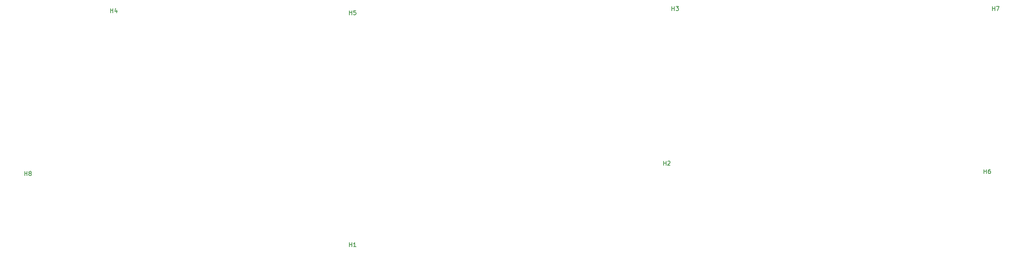
<source format=gto>
G04 #@! TF.GenerationSoftware,KiCad,Pcbnew,(5.0.2-4-g3082e92af)*
G04 #@! TF.CreationDate,2019-03-02T21:10:19+01:00*
G04 #@! TF.ProjectId,ortho56,6f727468-6f35-4362-9e6b-696361645f70,rev?*
G04 #@! TF.SameCoordinates,Original*
G04 #@! TF.FileFunction,Legend,Top*
G04 #@! TF.FilePolarity,Positive*
%FSLAX46Y46*%
G04 Gerber Fmt 4.6, Leading zero omitted, Abs format (unit mm)*
G04 Created by KiCad (PCBNEW (5.0.2-4-g3082e92af)) date 2019 March 02, Saturday 21:10:19*
%MOMM*%
%LPD*%
G01*
G04 APERTURE LIST*
%ADD10C,0.150000*%
G04 APERTURE END LIST*
G04 #@! TO.C,H8*
D10*
X39570595Y-73223630D02*
X39570595Y-72223630D01*
X39570595Y-72699821D02*
X40142023Y-72699821D01*
X40142023Y-73223630D02*
X40142023Y-72223630D01*
X40761071Y-72652202D02*
X40665833Y-72604583D01*
X40618214Y-72556964D01*
X40570595Y-72461726D01*
X40570595Y-72414107D01*
X40618214Y-72318869D01*
X40665833Y-72271250D01*
X40761071Y-72223630D01*
X40951547Y-72223630D01*
X41046785Y-72271250D01*
X41094404Y-72318869D01*
X41142023Y-72414107D01*
X41142023Y-72461726D01*
X41094404Y-72556964D01*
X41046785Y-72604583D01*
X40951547Y-72652202D01*
X40761071Y-72652202D01*
X40665833Y-72699821D01*
X40618214Y-72747440D01*
X40570595Y-72842678D01*
X40570595Y-73033154D01*
X40618214Y-73128392D01*
X40665833Y-73176011D01*
X40761071Y-73223630D01*
X40951547Y-73223630D01*
X41046785Y-73176011D01*
X41094404Y-73128392D01*
X41142023Y-73033154D01*
X41142023Y-72842678D01*
X41094404Y-72747440D01*
X41046785Y-72699821D01*
X40951547Y-72652202D01*
G04 #@! TO.C,H7*
X270570595Y-33723630D02*
X270570595Y-32723630D01*
X270570595Y-33199821D02*
X271142023Y-33199821D01*
X271142023Y-33723630D02*
X271142023Y-32723630D01*
X271522976Y-32723630D02*
X272189642Y-32723630D01*
X271761071Y-33723630D01*
G04 #@! TO.C,H6*
X268570595Y-72723630D02*
X268570595Y-71723630D01*
X268570595Y-72199821D02*
X269142023Y-72199821D01*
X269142023Y-72723630D02*
X269142023Y-71723630D01*
X270046785Y-71723630D02*
X269856309Y-71723630D01*
X269761071Y-71771250D01*
X269713452Y-71818869D01*
X269618214Y-71961726D01*
X269570595Y-72152202D01*
X269570595Y-72533154D01*
X269618214Y-72628392D01*
X269665833Y-72676011D01*
X269761071Y-72723630D01*
X269951547Y-72723630D01*
X270046785Y-72676011D01*
X270094404Y-72628392D01*
X270142023Y-72533154D01*
X270142023Y-72295059D01*
X270094404Y-72199821D01*
X270046785Y-72152202D01*
X269951547Y-72104583D01*
X269761071Y-72104583D01*
X269665833Y-72152202D01*
X269618214Y-72199821D01*
X269570595Y-72295059D01*
G04 #@! TO.C,H5*
X117070595Y-34723630D02*
X117070595Y-33723630D01*
X117070595Y-34199821D02*
X117642023Y-34199821D01*
X117642023Y-34723630D02*
X117642023Y-33723630D01*
X118594404Y-33723630D02*
X118118214Y-33723630D01*
X118070595Y-34199821D01*
X118118214Y-34152202D01*
X118213452Y-34104583D01*
X118451547Y-34104583D01*
X118546785Y-34152202D01*
X118594404Y-34199821D01*
X118642023Y-34295059D01*
X118642023Y-34533154D01*
X118594404Y-34628392D01*
X118546785Y-34676011D01*
X118451547Y-34723630D01*
X118213452Y-34723630D01*
X118118214Y-34676011D01*
X118070595Y-34628392D01*
G04 #@! TO.C,H4*
X60070595Y-34223630D02*
X60070595Y-33223630D01*
X60070595Y-33699821D02*
X60642023Y-33699821D01*
X60642023Y-34223630D02*
X60642023Y-33223630D01*
X61546785Y-33556964D02*
X61546785Y-34223630D01*
X61308690Y-33176011D02*
X61070595Y-33890297D01*
X61689642Y-33890297D01*
G04 #@! TO.C,H3*
X194070595Y-33723630D02*
X194070595Y-32723630D01*
X194070595Y-33199821D02*
X194642023Y-33199821D01*
X194642023Y-33723630D02*
X194642023Y-32723630D01*
X195022976Y-32723630D02*
X195642023Y-32723630D01*
X195308690Y-33104583D01*
X195451547Y-33104583D01*
X195546785Y-33152202D01*
X195594404Y-33199821D01*
X195642023Y-33295059D01*
X195642023Y-33533154D01*
X195594404Y-33628392D01*
X195546785Y-33676011D01*
X195451547Y-33723630D01*
X195165833Y-33723630D01*
X195070595Y-33676011D01*
X195022976Y-33628392D01*
G04 #@! TO.C,H2*
X192070595Y-70723630D02*
X192070595Y-69723630D01*
X192070595Y-70199821D02*
X192642023Y-70199821D01*
X192642023Y-70723630D02*
X192642023Y-69723630D01*
X193070595Y-69818869D02*
X193118214Y-69771250D01*
X193213452Y-69723630D01*
X193451547Y-69723630D01*
X193546785Y-69771250D01*
X193594404Y-69818869D01*
X193642023Y-69914107D01*
X193642023Y-70009345D01*
X193594404Y-70152202D01*
X193022976Y-70723630D01*
X193642023Y-70723630D01*
G04 #@! TO.C,H1*
X117070595Y-90223630D02*
X117070595Y-89223630D01*
X117070595Y-89699821D02*
X117642023Y-89699821D01*
X117642023Y-90223630D02*
X117642023Y-89223630D01*
X118642023Y-90223630D02*
X118070595Y-90223630D01*
X118356309Y-90223630D02*
X118356309Y-89223630D01*
X118261071Y-89366488D01*
X118165833Y-89461726D01*
X118070595Y-89509345D01*
G04 #@! TD*
M02*

</source>
